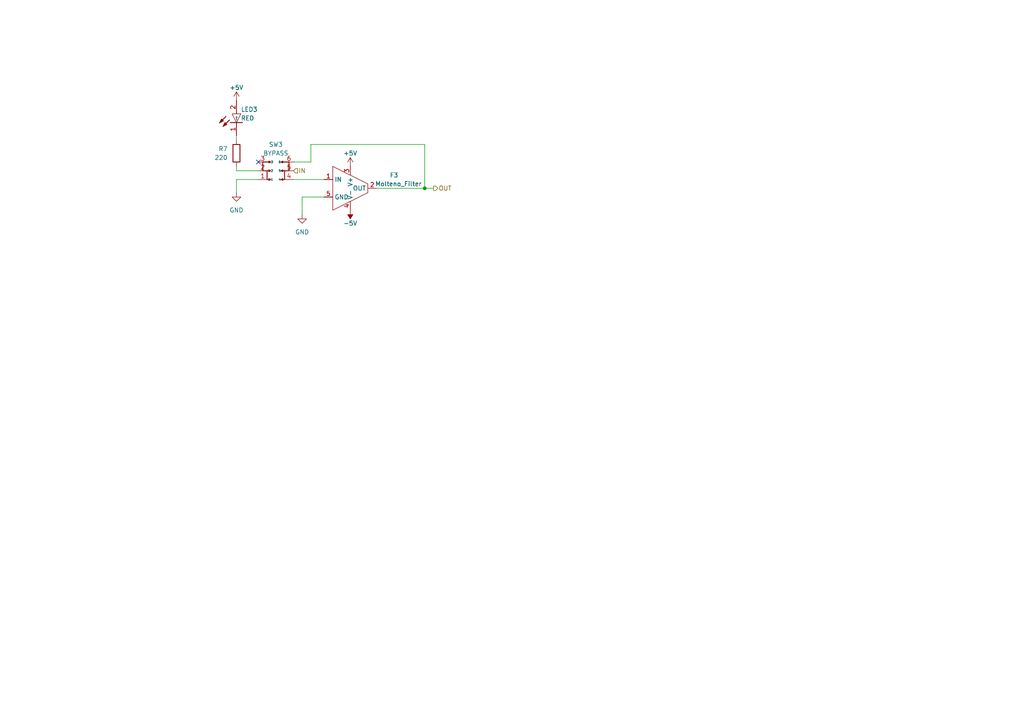
<source format=kicad_sch>
(kicad_sch (version 20211123) (generator eeschema)
  (paper "A4")
  (lib_symbols
    (symbol "Device:R" (pin_numbers hide) (pin_names (offset 0))
      (property "Reference" "R" (at 2.032 0 90))
      (property "Value" "R" (at 0 0 90))
      (symbol "R_0_1"
        (rectangle (start -1.016 -2.54) (end 1.016 2.54) (stroke (width 0.254)))
      )
      (symbol "R_1_1"
        (pin passive line (at 0 3.81 270) (length 1.27) (name "~") (number "1"))
        (pin passive line (at 0 -3.81 90) (length 1.27) (name "~") (number "2"))
      )
    )
    (symbol "LCSC:SS-22F24AT10" (pin_names (offset 1.016))
      (property "Reference" "SW" (at 0 1.27 0))
      (property "Value" "SS-22F24AT10" (at 0 -1.27 0))
      (symbol "SS-22F24AT10_0_0"
        (polyline (pts (xy -2.54 -1.524) (xy -2.794 -2.032)) (stroke (width 0.254)))
        (polyline (pts (xy -2.54 -1.524) (xy -2.286 -2.032)) (stroke (width 0.254)))
        (polyline (pts (xy -2.54 1.524) (xy -2.794 2.032)) (stroke (width 0.254)))
        (polyline (pts (xy -2.54 1.524) (xy -2.286 2.032)) (stroke (width 0.254)))
        (polyline (pts (xy 0 -1.524) (xy -0.254 -2.032)) (stroke (width 0.254)))
        (polyline (pts (xy 0 1.524) (xy -0.254 2.032)) (stroke (width 0.254)))
        (polyline (pts (xy 2.54 -1.524) (xy 2.286 -2.032)) (stroke (width 0.254)))
        (polyline (pts (xy 2.54 1.524) (xy 2.286 2.032)) (stroke (width 0.254)))
        (polyline (pts (xy -2.54 -1.524) (xy -2.54 -2.54) (xy 0 -2.54) (xy 0 -1.524) (xy 0.254 -2.032)) (stroke (width 0.254)))
        (polyline (pts (xy -2.54 1.524) (xy -2.54 2.54) (xy 0 2.54) (xy 0 1.524) (xy 0.254 2.032)) (stroke (width 0.254)))
        (polyline (pts (xy 0 -2.54) (xy 0 -3.81) (xy 2.54 -3.81) (xy 2.54 -1.524) (xy 2.794 -2.032)) (stroke (width 0.254)))
        (polyline (pts (xy 0 2.54) (xy 0 3.81) (xy 2.54 3.81) (xy 2.54 1.524) (xy 2.794 2.032)) (stroke (width 0.254)))
      )
      (symbol "SS-22F24AT10_1_0"
        (pin unspecified line (at -2.54 5.08 270) (length 2.54) (name "1") (number "1"))
        (pin unspecified line (at 0 5.08 270) (length 2.54) (name "2") (number "2"))
        (pin unspecified line (at 2.54 5.08 270) (length 2.54) (name "3") (number "3"))
        (pin unspecified line (at -2.54 -5.08 90) (length 2.54) (name "4") (number "4"))
        (pin unspecified line (at 0 -5.08 90) (length 2.54) (name "5") (number "5"))
        (pin unspecified line (at 2.54 -5.08 90) (length 2.54) (name "6") (number "6"))
      )
    )
    (symbol "LCSC:TJ-S2835UG2W8TLC2R-A5" (pin_names (offset 0.5))
      (property "Reference" "LED?" (at 2.54 0.6986 90))
      (property "Value" "RED" (at 2.54 -1.8414 90))
      (symbol "TJ-S2835UG2W8TLC2R-A5_0_0"
        (polyline (pts (xy -1.27 1.778) (xy -1.27 -1.778)) (stroke (width 0.254)))
        (polyline (pts (xy -0.508 2.032) (xy -2.286 3.81)) (stroke (width 0.254)))
        (polyline (pts (xy 0.508 3.048) (xy -1.27 4.826)) (stroke (width 0.254)))
        (polyline (pts (xy -2.286 3.81) (xy -1.778 2.794) (xy -1.27 3.302) (xy -2.286 3.81)) (stroke (width 0.254)))
        (polyline (pts (xy -1.27 4.826) (xy -0.762 3.81) (xy -0.254 4.318) (xy -1.27 4.826)) (stroke (width 0.254)))
      )
      (symbol "TJ-S2835UG2W8TLC2R-A5_0_1"
        (polyline (pts (xy 1.27 -1.27) (xy -1.27 0)))
        (polyline (pts (xy 1.27 -1.27) (xy 1.27 1.27) (xy -1.27 0)))
      )
      (symbol "TJ-S2835UG2W8TLC2R-A5_1_0"
        (pin unspecified line (at -5.08 0 0) (length 3.81) (name "-") (number "1"))
        (pin unspecified line (at 5.08 0 180) (length 3.81) (name "+") (number "2"))
      )
    )
    (symbol "mod_filter:Molteno_Filter"
      (property "Reference" "F" (at 7.62 3.81 0))
      (property "Value" "Molteno_Filter" (at 11.43 2.54 0))
      (symbol "Molteno_Filter_0_1"
        (polyline (pts (xy -5.08 6.35) (xy 5.08 1.27)))
        (polyline (pts (xy 5.08 -1.27) (xy 5.08 1.27)))
        (polyline (pts (xy -5.08 6.35) (xy -5.08 -6.35) (xy 5.08 -1.27)))
      )
      (symbol "Molteno_Filter_1_1"
        (pin input line (at -7.62 2.54 0) (length 2.54) (name "IN") (number "1"))
        (pin output line (at 7.62 0 180) (length 2.54) (name "OUT") (number "2"))
        (pin power_in line (at 0 6.35 270) (length 2.54) (name "V+") (number "3"))
        (pin power_in line (at 0 -6.35 90) (length 2.54) (name "V-") (number "4"))
        (pin passive line (at -7.62 -2.54 0) (length 2.54) (name "GND") (number "5"))
      )
    )
    (symbol "power:+5V" (power) (pin_names (offset 0))
      (property "Value" "+5V" (at 0 3.556 0))
      (symbol "+5V_0_1"
        (polyline (pts (xy -0.762 1.27) (xy 0 2.54)))
        (polyline (pts (xy 0 0) (xy 0 2.54)))
        (polyline (pts (xy 0 2.54) (xy 0.762 1.27)))
      )
      (symbol "+5V_1_1"
        (pin power_in line (at 0 0 90) (length 0) hide (name "+5V") (number "1"))
      )
    )
    (symbol "power:-5V" (power) (pin_names (offset 0))
      (property "Value" "-5V" (at 0 3.81 0))
      (symbol "-5V_0_0"
        (pin power_in line (at 0 0 90) (length 0) hide (name "-5V") (number "1"))
      )
      (symbol "-5V_0_1"
        (polyline (pts (xy 0 0) (xy 0 1.27) (xy 0.762 1.27) (xy 0 2.54) (xy -0.762 1.27) (xy 0 1.27)) (fill (type outline)))
      )
    )
    (symbol "power:GND" (power) (pin_names (offset 0))
      (property "Value" "GND" (at 0 -3.81 0))
      (symbol "GND_0_1"
        (polyline (pts (xy 0 0) (xy 0 -1.27) (xy 1.27 -1.27) (xy 0 -2.54) (xy -1.27 -1.27) (xy 0 -1.27)))
      )
      (symbol "GND_1_1"
        (pin power_in line (at 0 0 270) (length 0) hide (name "GND") (number "1"))
      )
    )
  )
  (junction (at 123.19 54.61))
  (no_connect (at 74.93 46.99))
  (wire (pts (xy 68.58 52.07) (xy 68.58 55.88)))
  (wire (pts (xy 85.09 52.07) (xy 93.98 52.07)))
  (wire (pts (xy 123.19 54.61) (xy 125.73 54.61)))
  (wire (pts (xy 74.93 49.53) (xy 68.58 49.53)))
  (wire (pts (xy 68.58 48.26) (xy 68.58 49.53)))
  (wire (pts (xy 123.19 41.91) (xy 123.19 54.61)))
  (wire (pts (xy 87.63 62.23) (xy 87.63 57.15)))
  (wire (pts (xy 90.17 46.99) (xy 85.09 46.99)))
  (wire (pts (xy 90.17 41.91) (xy 90.17 46.99)))
  (wire (pts (xy 90.17 41.91) (xy 123.19 41.91)))
  (wire (pts (xy 109.22 54.61) (xy 123.19 54.61)))
  (wire (pts (xy 74.93 52.07) (xy 68.58 52.07)))
  (wire (pts (xy 68.58 39.37) (xy 68.58 40.64)))
  (wire (pts (xy 87.63 57.15) (xy 93.98 57.15)))
  (hierarchical_label "OUT" (shape output) (at 125.73 54.61 0))
  (hierarchical_label "IN" (shape input) (at 85.09 49.53 0))
  (symbol (lib_id "LCSC:TJ-S2835UG2W8TLC2R-A5") (at 68.58 34.29 90)
    (property "Reference" "LED3" (at 69.85 31.75 90) (effects (justify right)))
    (property "Value" "RED" (at 69.85 34.29 90) (effects (justify right)))
    (property "Footprint" "LCSC:LED-SMD_L3.5-W2.8-R-FD_TJ-S2835UG5W8TLC2R-A5" (effects hide))
    (property "Datasheet" "https://lcsc.com/eda_search?q=C440447" (effects hide))
  )
  (symbol (lib_id "power:+5V") (at 68.58 29.21 0)
    (property "Reference" "#PWR0121" (effects hide))
    (property "Value" "+5V" (at 68.58 25.4 0))
  )
  (symbol (lib_id "mod_filter:Molteno_Filter") (at 101.6 54.61 0)
    (property "Reference" "F3" (at 114.3 50.8 0))
    (property "Value" "Molteno_Filter" (at 115.57 53.34 0))
    (property "Footprint" "Molteno_Filter:Molteno_Filter" (effects hide))
  )
  (symbol (lib_id "power:GND") (at 87.63 62.23 0)
    (property "Reference" "#PWR0123" (effects hide))
    (property "Value" "GND" (at 87.63 67.31 0))
  )
  (symbol (lib_id "LCSC:SS-22F24AT10") (at 80.01 49.53 90)
    (property "Reference" "SW3" (at 80.01 41.91 90))
    (property "Value" "BYPASS" (at 80.01 44.45 90))
    (property "Footprint" "LCSC:SW-TH_SS-22F24AT10" (effects hide))
    (property "Datasheet" "https://lcsc.com/eda_search?q=C609819" (effects hide))
  )
  (symbol (lib_id "power:+5V") (at 101.6 48.26 0)
    (property "Reference" "#PWR0125" (effects hide))
    (property "Value" "+5V" (at 101.6 44.45 0))
  )
  (symbol (lib_id "power:-5V") (at 101.6 60.96 180)
    (property "Reference" "#PWR0124" (effects hide))
    (property "Value" "-5V" (at 101.6 64.77 0))
  )
  (symbol (lib_id "Device:R") (at 68.58 44.45 0) (mirror x)
    (property "Reference" "R7" (at 66.04 43.1799 0) (effects (justify right)))
    (property "Value" "220" (at 66.04 45.7199 0) (effects (justify right)))
    (property "Footprint" "Resistor_SMD:R_0603_1608Metric_Pad0.98x0.95mm_HandSolder" (effects hide))
    (property "Datasheet" "https://lcsc.com/product-detail/Chip-Resistor-Surface-Mount_LIZ-Elec-CR0603FA2200G_C100863.html" (effects hide))
  )
  (symbol (lib_id "power:GND") (at 68.58 55.88 0)
    (property "Reference" "#PWR0122" (effects hide))
    (property "Value" "GND" (at 68.58 60.96 0))
  )
)
</source>
